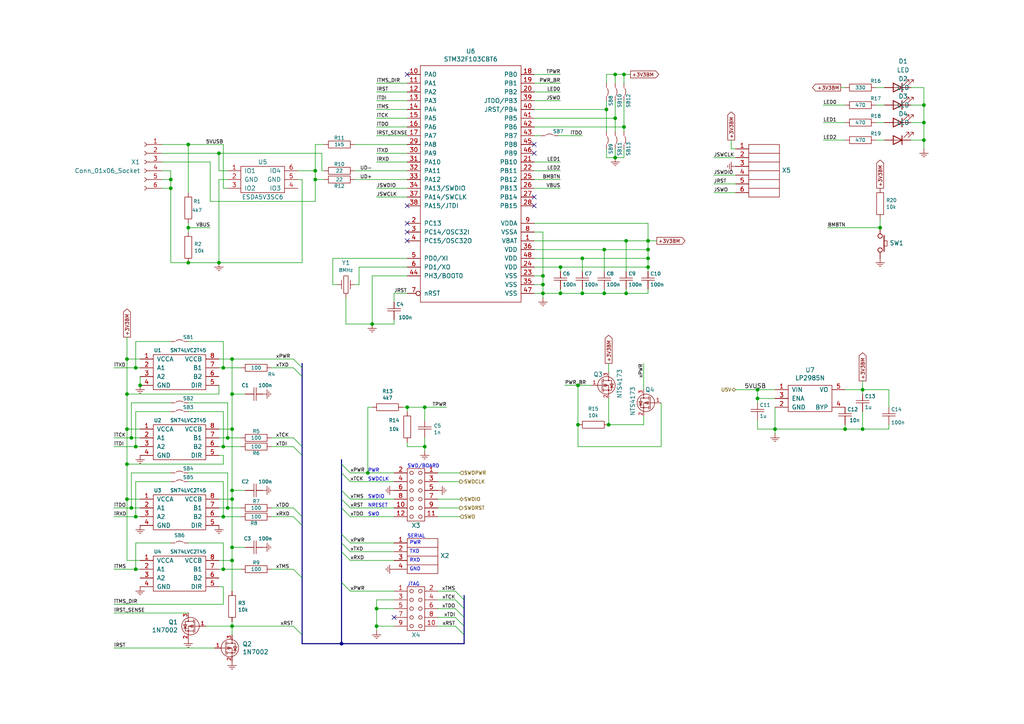
<source format=kicad_sch>
(kicad_sch (version 20231120) (generator "eeschema") (generator_version "8.0")
  (paper "A4")
  (junction (at 178.435 45.72))
  (junction (at 49.53 52.07))
  (junction (at 157.48 85.09))
  (junction (at 187.96 72.39))
  (junction (at 245.11 124.46))
  (junction (at 178.435 21.59))
  (junction (at 66.04 147.32))
  (junction (at 64.77 106.68))
  (junction (at 36.83 134.62))
  (junction (at 106.68 137.16))
  (junction (at 39.37 165.1))
  (junction (at 157.48 82.55))
  (junction (at 267.97 30.48))
  (junction (at 162.56 85.09))
  (junction (at 36.83 114.3))
  (junction (at 36.83 104.14))
  (junction (at 168.91 74.93))
  (junction (at 109.22 181.61))
  (junction (at 36.83 124.46))
  (junction (at 67.31 142.24))
  (junction (at 39.37 149.86))
  (junction (at 36.83 144.78))
  (junction (at 67.31 158.75))
  (junction (at 180.975 21.59))
  (junction (at 64.77 149.86))
  (junction (at 187.96 69.85))
  (junction (at 54.61 41.91))
  (junction (at 250.19 113.03))
  (junction (at 255.27 66.04))
  (junction (at 67.31 181.61))
  (junction (at 66.04 127))
  (junction (at 168.91 85.09))
  (junction (at 180.975 36.83))
  (junction (at 67.31 104.14))
  (junction (at 267.97 40.64))
  (junction (at 63.5 44.45))
  (junction (at 107.95 93.98))
  (junction (at 181.61 85.09))
  (junction (at 219.71 113.03))
  (junction (at 167.64 111.76))
  (junction (at 162.56 77.47))
  (junction (at 167.64 123.19))
  (junction (at 67.31 144.78))
  (junction (at 123.19 118.11))
  (junction (at 99.06 186.69))
  (junction (at 64.77 129.54))
  (junction (at 181.61 69.85))
  (junction (at 67.31 162.56))
  (junction (at 123.19 129.54))
  (junction (at 109.22 176.53))
  (junction (at 67.31 124.46))
  (junction (at 54.61 76.2))
  (junction (at 39.37 106.68))
  (junction (at 91.44 49.53))
  (junction (at 118.11 118.11))
  (junction (at 38.1 127))
  (junction (at 39.37 129.54))
  (junction (at 219.71 115.57))
  (junction (at 157.48 80.01))
  (junction (at 54.61 66.04))
  (junction (at 224.79 124.46))
  (junction (at 267.97 35.56))
  (junction (at 250.19 124.46))
  (junction (at 49.53 54.61))
  (junction (at 64.77 165.1))
  (junction (at 63.5 76.2))
  (junction (at 38.1 147.32))
  (junction (at 178.435 34.29))
  (junction (at 175.26 72.39))
  (junction (at 176.53 123.19))
  (junction (at 40.64 111.76))
  (junction (at 187.96 74.93))
  (junction (at 175.895 31.75))
  (junction (at 67.31 114.3))
  (junction (at 187.96 77.47))
  (junction (at 175.26 85.09))
  (junction (at 91.44 52.07))
  (no_connect (at 114.3 179.07))
  (no_connect (at 154.94 44.45))
  (no_connect (at 154.94 41.91))
  (no_connect (at 118.11 69.85))
  (no_connect (at 118.11 64.77))
  (no_connect (at 154.94 57.15))
  (no_connect (at 118.11 67.31))
  (no_connect (at 118.11 21.59))
  (no_connect (at 118.11 59.69))
  (no_connect (at 154.94 59.69))
  (bus_entry (at 85.09 127) (size 2.54 2.54))
  (bus_entry (at 99.06 168.91) (size 2.54 2.54))
  (bus_entry (at 85.09 129.54) (size 2.54 2.54))
  (bus_entry (at 85.09 147.32) (size 2.54 2.54))
  (bus_entry (at 99.06 157.48) (size 2.54 2.54))
  (bus_entry (at 85.09 106.68) (size 2.54 2.54))
  (bus_entry (at 85.09 104.14) (size 2.54 2.54))
  (bus_entry (at 132.08 179.07) (size 2.54 2.54))
  (bus_entry (at 99.06 147.32) (size 2.54 2.54))
  (bus_entry (at 85.09 181.61) (size 2.54 2.54))
  (bus_entry (at 99.06 154.94) (size 2.54 2.54))
  (bus_entry (at 85.09 165.1) (size 2.54 2.54))
  (bus_entry (at 85.09 149.86) (size 2.54 2.54))
  (bus_entry (at 132.08 171.45) (size 2.54 2.54))
  (bus_entry (at 99.06 144.78) (size 2.54 2.54))
  (bus_entry (at 99.06 160.02) (size 2.54 2.54))
  (bus_entry (at 99.06 142.24) (size 2.54 2.54))
  (bus_entry (at 132.08 181.61) (size 2.54 2.54))
  (bus_entry (at 132.08 176.53) (size 2.54 2.54))
  (bus_entry (at 99.06 134.62) (size 2.54 2.54))
  (bus_entry (at 99.06 137.16) (size 2.54 2.54))
  (bus_entry (at 132.08 173.99) (size 2.54 2.54))
  (wire (pts (xy 213.36 55.88) (xy 207.01 55.88)))
  (wire (pts (xy 87.63 52.07) (xy 87.63 76.2)))
  (wire (pts (xy 38.1 127) (xy 40.64 127)))
  (wire (pts (xy 154.94 21.59) (xy 162.56 21.59)))
  (wire (pts (xy 257.81 113.03) (xy 257.81 118.11)))
  (wire (pts (xy 78.74 127) (xy 85.09 127)))
  (wire (pts (xy 175.895 43.18) (xy 175.895 45.72)))
  (wire (pts (xy 154.94 69.85) (xy 181.61 69.85)))
  (wire (pts (xy 64.77 54.61) (xy 64.77 41.91)))
  (bus (pts (xy 87.63 109.22) (xy 87.63 129.54)))
  (wire (pts (xy 109.22 29.21) (xy 118.11 29.21)))
  (wire (pts (xy 40.64 147.32) (xy 38.1 147.32)))
  (wire (pts (xy 64.77 106.68) (xy 69.85 106.68)))
  (wire (pts (xy 180.975 36.83) (xy 180.975 38.1)))
  (wire (pts (xy 36.83 114.3) (xy 36.83 124.46)))
  (wire (pts (xy 187.96 74.93) (xy 187.96 77.47)))
  (wire (pts (xy 49.53 157.48) (xy 39.37 157.48)))
  (bus (pts (xy 87.63 129.54) (xy 87.63 132.08)))
  (wire (pts (xy 107.95 93.98) (xy 100.33 93.98)))
  (wire (pts (xy 118.11 128.27) (xy 118.11 129.54)))
  (wire (pts (xy 267.97 30.48) (xy 267.97 35.56)))
  (bus (pts (xy 87.63 167.64) (xy 87.63 184.15)))
  (wire (pts (xy 93.98 41.91) (xy 91.44 41.91)))
  (wire (pts (xy 63.5 170.18) (xy 64.77 170.18)))
  (wire (pts (xy 133.35 139.7) (xy 127 139.7)))
  (wire (pts (xy 132.08 176.53) (xy 127 176.53)))
  (wire (pts (xy 101.6 137.16) (xy 106.68 137.16)))
  (wire (pts (xy 167.64 123.19) (xy 167.64 111.76)))
  (wire (pts (xy 154.94 77.47) (xy 162.56 77.47)))
  (wire (pts (xy 66.04 147.32) (xy 69.85 147.32)))
  (wire (pts (xy 64.77 170.18) (xy 64.77 175.26)))
  (wire (pts (xy 39.37 99.06) (xy 39.37 106.68)))
  (wire (pts (xy 109.22 173.99) (xy 109.22 176.53)))
  (wire (pts (xy 212.09 43.18) (xy 212.09 40.64)))
  (wire (pts (xy 157.48 67.31) (xy 154.94 67.31)))
  (wire (pts (xy 250.19 113.03) (xy 257.81 113.03)))
  (wire (pts (xy 40.64 144.78) (xy 36.83 144.78)))
  (bus (pts (xy 99.06 147.32) (xy 99.06 154.94)))
  (bus (pts (xy 87.63 105.41) (xy 87.63 106.68)))
  (wire (pts (xy 40.64 165.1) (xy 39.37 165.1)))
  (wire (pts (xy 114.3 160.02) (xy 101.6 160.02)))
  (wire (pts (xy 176.53 123.19) (xy 176.53 115.57)))
  (wire (pts (xy 64.77 139.7) (xy 64.77 149.86)))
  (bus (pts (xy 99.06 154.94) (xy 99.06 157.48)))
  (wire (pts (xy 78.74 165.1) (xy 85.09 165.1)))
  (wire (pts (xy 101.6 157.48) (xy 114.3 157.48)))
  (bus (pts (xy 99.06 168.91) (xy 99.06 186.69)))
  (wire (pts (xy 267.97 35.56) (xy 267.97 40.64)))
  (wire (pts (xy 64.77 129.54) (xy 69.85 129.54)))
  (wire (pts (xy 250.19 113.03) (xy 250.19 114.3)))
  (wire (pts (xy 154.94 24.13) (xy 162.56 24.13)))
  (wire (pts (xy 162.56 83.82) (xy 162.56 85.09)))
  (bus (pts (xy 87.63 152.4) (xy 87.63 167.64)))
  (wire (pts (xy 168.91 83.82) (xy 168.91 85.09)))
  (wire (pts (xy 49.53 76.2) (xy 54.61 76.2)))
  (wire (pts (xy 162.56 77.47) (xy 187.96 77.47)))
  (wire (pts (xy 157.48 67.31) (xy 157.48 80.01)))
  (wire (pts (xy 264.16 35.56) (xy 267.97 35.56)))
  (wire (pts (xy 219.71 115.57) (xy 219.71 113.03)))
  (wire (pts (xy 39.37 157.48) (xy 39.37 165.1)))
  (wire (pts (xy 114.3 92.71) (xy 114.3 93.98)))
  (wire (pts (xy 36.83 104.14) (xy 36.83 97.79)))
  (wire (pts (xy 49.53 99.06) (xy 39.37 99.06)))
  (wire (pts (xy 106.68 137.16) (xy 114.3 137.16)))
  (wire (pts (xy 49.53 54.61) (xy 49.53 76.2)))
  (wire (pts (xy 67.31 114.3) (xy 67.31 124.46)))
  (wire (pts (xy 178.435 43.18) (xy 178.435 45.72)))
  (wire (pts (xy 78.74 129.54) (xy 85.09 129.54)))
  (wire (pts (xy 67.31 124.46) (xy 67.31 142.24)))
  (wire (pts (xy 64.77 165.1) (xy 69.85 165.1)))
  (wire (pts (xy 78.74 147.32) (xy 85.09 147.32)))
  (wire (pts (xy 181.61 83.82) (xy 181.61 85.09)))
  (wire (pts (xy 104.14 82.55) (xy 102.87 82.55)))
  (wire (pts (xy 157.48 85.09) (xy 154.94 85.09)))
  (wire (pts (xy 46.99 49.53) (xy 49.53 49.53)))
  (wire (pts (xy 114.3 176.53) (xy 109.22 176.53)))
  (wire (pts (xy 190.5 69.85) (xy 187.96 69.85)))
  (wire (pts (xy 167.64 111.76) (xy 163.83 111.76)))
  (wire (pts (xy 123.19 118.11) (xy 129.54 118.11)))
  (wire (pts (xy 39.37 129.54) (xy 33.02 129.54)))
  (wire (pts (xy 175.895 31.75) (xy 175.895 29.21)))
  (wire (pts (xy 60.96 46.99) (xy 60.96 58.42)))
  (wire (pts (xy 178.435 29.21) (xy 178.435 34.29)))
  (wire (pts (xy 62.23 187.96) (xy 33.02 187.96)))
  (bus (pts (xy 99.06 142.24) (xy 99.06 144.78)))
  (wire (pts (xy 213.36 45.72) (xy 207.01 45.72)))
  (bus (pts (xy 99.06 144.78) (xy 99.06 147.32)))
  (wire (pts (xy 257.81 123.19) (xy 257.81 124.46)))
  (wire (pts (xy 54.61 139.7) (xy 64.77 139.7)))
  (wire (pts (xy 123.19 129.54) (xy 123.19 127)))
  (wire (pts (xy 186.69 123.19) (xy 176.53 123.19)))
  (wire (pts (xy 67.31 144.78) (xy 67.31 142.24)))
  (wire (pts (xy 187.96 77.47) (xy 187.96 78.74)))
  (wire (pts (xy 63.5 149.86) (xy 64.77 149.86)))
  (wire (pts (xy 180.975 21.59) (xy 182.88 21.59)))
  (wire (pts (xy 118.11 41.91) (xy 102.87 41.91)))
  (bus (pts (xy 87.63 149.86) (xy 87.63 152.4)))
  (wire (pts (xy 132.08 181.61) (xy 127 181.61)))
  (wire (pts (xy 114.3 93.98) (xy 107.95 93.98)))
  (wire (pts (xy 178.435 34.29) (xy 178.435 38.1)))
  (wire (pts (xy 66.04 116.84) (xy 66.04 127)))
  (wire (pts (xy 154.94 82.55) (xy 157.48 82.55)))
  (wire (pts (xy 219.71 124.46) (xy 219.71 121.92)))
  (wire (pts (xy 66.04 52.07) (xy 63.5 52.07)))
  (wire (pts (xy 86.36 49.53) (xy 91.44 49.53)))
  (wire (pts (xy 118.11 129.54) (xy 123.19 129.54)))
  (wire (pts (xy 63.5 106.68) (xy 64.77 106.68)))
  (wire (pts (xy 219.71 116.84) (xy 219.71 115.57)))
  (wire (pts (xy 40.64 109.22) (xy 40.64 111.76)))
  (wire (pts (xy 175.26 85.09) (xy 181.61 85.09)))
  (wire (pts (xy 250.19 124.46) (xy 245.11 124.46)))
  (wire (pts (xy 224.79 124.46) (xy 224.79 125.73)))
  (wire (pts (xy 54.61 119.38) (xy 64.77 119.38)))
  (wire (pts (xy 107.95 80.01) (xy 107.95 93.98)))
  (wire (pts (xy 175.895 31.75) (xy 175.895 38.1)))
  (wire (pts (xy 245.11 113.03) (xy 250.19 113.03)))
  (wire (pts (xy 67.31 104.14) (xy 85.09 104.14)))
  (wire (pts (xy 109.22 176.53) (xy 109.22 181.61)))
  (wire (pts (xy 187.96 64.77) (xy 187.96 69.85)))
  (wire (pts (xy 33.02 127) (xy 38.1 127)))
  (wire (pts (xy 78.74 106.68) (xy 85.09 106.68)))
  (wire (pts (xy 213.36 50.8) (xy 207.01 50.8)))
  (wire (pts (xy 114.3 85.09) (xy 114.3 87.63)))
  (wire (pts (xy 63.5 132.08) (xy 64.77 132.08)))
  (wire (pts (xy 39.37 106.68) (xy 40.64 106.68)))
  (wire (pts (xy 33.02 177.8) (xy 54.61 177.8)))
  (bus (pts (xy 87.63 106.68) (xy 87.63 109.22)))
  (wire (pts (xy 168.91 74.93) (xy 187.96 74.93)))
  (wire (pts (xy 67.31 144.78) (xy 67.31 158.75)))
  (wire (pts (xy 86.36 52.07) (xy 87.63 52.07)))
  (bus (pts (xy 134.62 176.53) (xy 134.62 179.07)))
  (wire (pts (xy 66.04 49.53) (xy 63.5 49.53)))
  (wire (pts (xy 224.79 118.11) (xy 224.79 124.46)))
  (wire (pts (xy 224.79 124.46) (xy 219.71 124.46)))
  (wire (pts (xy 40.64 129.54) (xy 39.37 129.54)))
  (wire (pts (xy 46.99 52.07) (xy 49.53 52.07)))
  (wire (pts (xy 180.975 45.72) (xy 180.975 43.18)))
  (wire (pts (xy 46.99 46.99) (xy 60.96 46.99)))
  (wire (pts (xy 64.77 149.86) (xy 69.85 149.86)))
  (wire (pts (xy 154.94 29.21) (xy 162.56 29.21)))
  (wire (pts (xy 191.77 116.84) (xy 191.77 129.54)))
  (wire (pts (xy 106.68 118.11) (xy 106.68 137.16)))
  (wire (pts (xy 63.5 127) (xy 66.04 127)))
  (wire (pts (xy 168.91 85.09) (xy 175.26 85.09)))
  (wire (pts (xy 91.44 58.42) (xy 60.96 58.42)))
  (wire (pts (xy 186.69 113.03) (xy 186.69 105.41)))
  (wire (pts (xy 63.5 114.3) (xy 36.83 114.3)))
  (wire (pts (xy 100.33 93.98) (xy 100.33 86.36)))
  (wire (pts (xy 256.54 40.64) (xy 254 40.64)))
  (wire (pts (xy 175.895 24.13) (xy 175.895 21.59)))
  (wire (pts (xy 63.5 124.46) (xy 67.31 124.46)))
  (wire (pts (xy 109.22 39.37) (xy 118.11 39.37)))
  (wire (pts (xy 109.22 181.61) (xy 109.22 182.88)))
  (wire (pts (xy 187.96 72.39) (xy 187.96 74.93)))
  (wire (pts (xy 157.48 80.01) (xy 157.48 82.55)))
  (wire (pts (xy 36.83 104.14) (xy 40.64 104.14)))
  (wire (pts (xy 49.53 137.16) (xy 38.1 137.16)))
  (bus (pts (xy 134.62 186.69) (xy 99.06 186.69)))
  (wire (pts (xy 78.74 149.86) (xy 85.09 149.86)))
  (wire (pts (xy 256.54 35.56) (xy 254 35.56)))
  (wire (pts (xy 102.87 52.07) (xy 118.11 52.07)))
  (wire (pts (xy 123.19 129.54) (xy 123.19 130.81)))
  (wire (pts (xy 264.16 30.48) (xy 267.97 30.48)))
  (wire (pts (xy 59.69 181.61) (xy 67.31 181.61)))
  (bus (pts (xy 87.63 186.69) (xy 99.06 186.69)))
  (wire (pts (xy 67.31 158.75) (xy 67.31 162.56)))
  (wire (pts (xy 109.22 24.13) (xy 118.11 24.13)))
  (wire (pts (xy 175.895 21.59) (xy 178.435 21.59)))
  (wire (pts (xy 67.31 181.61) (xy 67.31 184.15)))
  (wire (pts (xy 36.83 104.14) (xy 36.83 114.3)))
  (wire (pts (xy 49.53 116.84) (xy 38.1 116.84)))
  (wire (pts (xy 167.64 111.76) (xy 171.45 111.76)))
  (wire (pts (xy 118.11 80.01) (xy 107.95 80.01)))
  (wire (pts (xy 118.11 49.53) (xy 102.87 49.53)))
  (wire (pts (xy 49.53 52.07) (xy 49.53 54.61)))
  (wire (pts (xy 178.435 24.13) (xy 178.435 21.59)))
  (wire (pts (xy 154.94 72.39) (xy 175.26 72.39)))
  (wire (pts (xy 245.11 40.64) (xy 238.76 40.64)))
  (wire (pts (xy 157.48 85.09) (xy 162.56 85.09)))
  (wire (pts (xy 255.27 63.5) (xy 255.27 66.04)))
  (wire (pts (xy 36.83 144.78) (xy 36.83 162.56)))
  (wire (pts (xy 161.925 39.37) (xy 168.91 39.37)))
  (wire (pts (xy 187.96 69.85) (xy 187.96 72.39)))
  (wire (pts (xy 101.6 144.78) (xy 114.3 144.78)))
  (wire (pts (xy 91.44 49.53) (xy 91.44 52.07)))
  (wire (pts (xy 162.56 26.67) (xy 154.94 26.67)))
  (wire (pts (xy 245.11 123.19) (xy 245.11 124.46)))
  (wire (pts (xy 33.02 106.68) (xy 39.37 106.68)))
  (wire (pts (xy 175.895 45.72) (xy 178.435 45.72)))
  (wire (pts (xy 181.61 85.09) (xy 187.96 85.09)))
  (wire (pts (xy 167.64 129.54) (xy 167.64 123.19)))
  (wire (pts (xy 156.845 39.37) (xy 154.94 39.37)))
  (wire (pts (xy 67.31 181.61) (xy 85.09 181.61)))
  (wire (pts (xy 71.12 114.3) (xy 67.31 114.3)))
  (wire (pts (xy 109.22 26.67) (xy 118.11 26.67)))
  (wire (pts (xy 91.44 52.07) (xy 91.44 58.42)))
  (wire (pts (xy 255.27 66.04) (xy 240.03 66.04)))
  (wire (pts (xy 123.19 118.11) (xy 118.11 118.11)))
  (wire (pts (xy 133.35 149.86) (xy 127 149.86)))
  (wire (pts (xy 176.53 107.95) (xy 176.53 105.41)))
  (wire (pts (xy 71.12 142.24) (xy 67.31 142.24)))
  (wire (pts (xy 96.52 74.93) (xy 96.52 82.55)))
  (wire (pts (xy 40.64 149.86) (xy 39.37 149.86)))
  (wire (pts (xy 224.79 113.03) (xy 219.71 113.03)))
  (wire (pts (xy 38.1 137.16) (xy 38.1 147.32)))
  (wire (pts (xy 39.37 139.7) (xy 39.37 149.86)))
  (wire (pts (xy 127 137.16) (xy 133.35 137.16)))
  (bus (pts (xy 134.62 184.15) (xy 134.62 186.69)))
  (wire (pts (xy 175.26 83.82) (xy 175.26 85.09)))
  (bus (pts (xy 99.06 157.48) (xy 99.06 160.02)))
  (wire (pts (xy 63.5 44.45) (xy 93.345 44.45)))
  (wire (pts (xy 101.6 149.86) (xy 114.3 149.86)))
  (wire (pts (xy 264.16 25.4) (xy 267.97 25.4)))
  (wire (pts (xy 154.94 31.75) (xy 175.895 31.75)))
  (wire (pts (xy 36.83 124.46) (xy 36.83 134.62)))
  (wire (pts (xy 64.77 132.08) (xy 64.77 134.62)))
  (wire (pts (xy 178.435 45.72) (xy 180.975 45.72)))
  (wire (pts (xy 154.94 64.77) (xy 187.96 64.77)))
  (wire (pts (xy 63.5 147.32) (xy 66.04 147.32)))
  (wire (pts (xy 46.99 44.45) (xy 63.5 44.45)))
  (wire (pts (xy 250.19 110.49) (xy 250.19 113.03)))
  (wire (pts (xy 157.48 82.55) (xy 157.48 85.09)))
  (wire (pts (xy 107.95 118.11) (xy 106.68 118.11)))
  (wire (pts (xy 154.94 34.29) (xy 178.435 34.29)))
  (wire (pts (xy 127 171.45) (xy 132.08 171.45)))
  (wire (pts (xy 154.94 54.61) (xy 162.56 54.61)))
  (wire (pts (xy 101.6 139.7) (xy 114.3 139.7)))
  (wire (pts (xy 63.5 129.54) (xy 64.77 129.54)))
  (wire (pts (xy 54.61 41.91) (xy 46.99 41.91)))
  (wire (pts (xy 67.31 114.3) (xy 67.31 104.14)))
  (wire (pts (xy 54.61 137.16) (xy 66.04 137.16)))
  (wire (pts (xy 39.37 165.1) (xy 33.02 165.1)))
  (wire (pts (xy 109.22 34.29) (xy 118.11 34.29)))
  (wire (pts (xy 162.56 77.47) (xy 162.56 78.74)))
  (wire (pts (xy 118.11 54.61) (xy 109.22 54.61)))
  (wire (pts (xy 93.98 49.53) (xy 93.345 49.53)))
  (wire (pts (xy 38.1 147.32) (xy 33.02 147.32)))
  (wire (pts (xy 64.77 106.68) (xy 64.77 99.06)))
  (wire (pts (xy 96.52 82.55) (xy 97.79 82.55)))
  (wire (pts (xy 36.83 162.56) (xy 40.64 162.56)))
  (wire (pts (xy 54.61 116.84) (xy 66.04 116.84)))
  (wire (pts (xy 127 144.78) (xy 133.35 144.78)))
  (bus (pts (xy 99.06 137.16) (xy 99.06 142.24)))
  (bus (pts (xy 134.62 181.61) (xy 134.62 184.15)))
  (wire (pts (xy 93.98 52.07) (xy 91.44 52.07)))
  (wire (pts (xy 175.26 72.39) (xy 175.26 78.74)))
  (wire (pts (xy 63.5 162.56) (xy 67.31 162.56)))
  (wire (pts (xy 154.94 74.93) (xy 168.91 74.93)))
  (wire (pts (xy 175.26 72.39) (xy 187.96 72.39)))
  (wire (pts (xy 71.12 158.75) (xy 67.31 158.75)))
  (wire (pts (xy 180.975 21.59) (xy 180.975 24.13)))
  (wire (pts (xy 114.3 173.99) (xy 109.22 173.99)))
  (wire (pts (xy 63.5 165.1) (xy 64.77 165.1)))
  (bus (pts (xy 134.62 179.07) (xy 134.62 181.61)))
  (wire (pts (xy 245.11 25.4) (xy 243.84 25.4)))
  (bus (pts (xy 87.63 132.08) (xy 87.63 149.86)))
  (wire (pts (xy 66.04 127) (xy 69.85 127)))
  (wire (pts (xy 127 173.99) (xy 132.08 173.99)))
  (wire (pts (xy 118.11 119.38) (xy 118.11 118.11)))
  (wire (pts (xy 39.37 119.38) (xy 39.37 129.54)))
  (wire (pts (xy 118.11 85.09) (xy 114.3 85.09)))
  (wire (pts (xy 267.97 25.4) (xy 267.97 30.48)))
  (wire (pts (xy 250.19 124.46) (xy 257.81 124.46)))
  (wire (pts (xy 49.53 139.7) (xy 39.37 139.7)))
  (wire (pts (xy 54.61 66.04) (xy 60.96 66.04)))
  (wire (pts (xy 118.11 57.15) (xy 109.22 57.15)))
  (wire (pts (xy 154.94 80.01) (xy 157.48 80.01)))
  (wire (pts (xy 213.36 43.18) (xy 212.09 43.18)))
  (wire (pts (xy 54.61 64.77) (xy 54.61 66.04)))
  (bus (pts (xy 134.62 172.72) (xy 134.62 173.99)))
  (wire (pts (xy 104.14 77.47) (xy 104.14 82.55)))
  (wire (pts (xy 132.08 179.07) (xy 127 179.07)))
  (wire (pts (xy 54.61 41.91) (xy 64.77 41.91)))
  (wire (pts (xy 39.37 149.86) (xy 33.02 149.86)))
  (wire (pts (xy 187.96 85.09) (xy 187.96 83.82)))
  (wire (pts (xy 109.22 31.75) (xy 118.11 31.75)))
  (wire (pts (xy 63.5 144.78) (xy 67.31 144.78)))
  (wire (pts (xy 162.56 46.99) (xy 154.94 46.99)))
  (wire (pts (xy 114.3 171.45) (xy 101.6 171.45)))
  (wire (pts (xy 256.54 30.48) (xy 254 30.48)))
  (wire (pts (xy 91.44 41.91) (xy 91.44 49.53)))
  (wire (pts (xy 36.83 134.62) (xy 36.83 144.78)))
  (wire (pts (xy 180.975 36.83) (xy 180.975 29.21)))
  (wire (pts (xy 114.3 162.56) (xy 101.6 162.56)))
  (wire (pts (xy 49.53 119.38) (xy 39.37 119.38)))
  (wire (pts (xy 63.5 76.2) (xy 54.61 76.2)))
  (wire (pts (xy 123.19 121.92) (xy 123.19 118.11)))
  (wire (pts (xy 40.64 124.46) (xy 36.83 124.46)))
  (wire (pts (xy 250.19 119.38) (xy 250.19 124.46)))
  (wire (pts (xy 213.36 53.34) (xy 207.01 53.34)))
  (wire (pts (xy 154.94 52.07) (xy 162.56 52.07)))
  (wire (pts (xy 64.77 119.38) (xy 64.77 129.54)))
  (wire (pts (xy 67.31 104.14) (xy 63.5 104.14)))
  (wire (pts (xy 224.79 115.57) (xy 219.71 115.57)))
  (bus (pts (xy 99.06 134.62) (xy 99.06 137.16)))
  (wire (pts (xy 133.35 147.32) (xy 127 147.32)))
  (wire (pts (xy 64.77 175.26) (xy 33.02 175.26)))
  (wire (pts (xy 66.04 137.16) (xy 66.04 147.32)))
  (wire (pts (xy 63.5 49.53) (xy 63.5 44.45)))
  (wire (pts (xy 118.11 44.45) (xy 109.22 44.45)))
  (wire (pts (xy 114.3 181.61) (xy 109.22 181.61)))
  (wire (pts (xy 54.61 157.48) (xy 64.77 157.48)))
  (wire (pts (xy 162.56 49.53) (xy 154.94 49.53)))
  (wire (pts (xy 87.63 76.2) (xy 63.5 76.2)))
  (wire (pts (xy 162.56 85.09) (xy 168.91 85.09)))
  (wire (pts (xy 118.11 46.99) (xy 109.22 46.99)))
  (wire (pts (xy 245.11 35.56) (xy 238.76 35.56)))
  (wire (pts (xy 245.11 30.48) (xy 238.76 30.48)))
  (wire (pts (xy 114.3 147.32) (xy 101.6 147.32)))
  (wire (pts (xy 181.61 69.85) (xy 181.61 78.74)))
  (wire (pts (xy 116.84 118.11) (xy 118.11 118.11)))
  (wire (pts (xy 264.16 40.64) (xy 267.97 40.64)))
  (wire (pts (xy 157.48 85.09) (xy 157.48 86.36)))
  (wire (pts (xy 168.91 74.93) (xy 168.91 78.74)))
  (wire (pts (xy 245.11 124.46) (xy 224.79 124.46)))
  (wire (pts (xy 118.11 77.47) (xy 104.14 77.47)))
  (wire (pts (xy 267.97 40.64) (xy 267.97 43.18)))
  (wire (pts (xy 54.61 66.04) (xy 54.61 67.31)))
  (wire (pts (xy 54.61 55.88) (xy 54.61 41.91)))
  (wire (pts (xy 38.1 116.84) (xy 38.1 127)))
  (wire (pts (xy 256.54 25.4) (xy 254 25.4)))
  (wire (pts (xy 96.52 74.93) (xy 118.11 74.93)))
  (wire (pts (xy 186.69 120.65) (xy 186.69 123.19)))
  (bus (pts (xy 87.63 184.15) (xy 87.63 186.69)))
  (wire (pts (xy 64.77 99.06) (xy 54.61 99.06)))
  (wire (pts (xy 49.53 49.53) (xy 49.53 52.07)))
  (wire (pts (xy 213.36 113.03) (xy 219.71 113.03)))
  (bus (pts (xy 99.06 160.02) (xy 99.06 168.91)))
  (wire (pts (xy 64.77 157.48) (xy 64.77 165.1)))
  (wire (pts (xy 178.435 21.59) (xy 180.975 21.59)))
  (wire (pts (xy 66.04 54.61) (xy 64.77 54.61)))
  (wire (pts (xy 64.77 134.62) (xy 36.83 134.62)))
  (wire (pts (xy 67.31 180.34) (xy 67.31 181.61)))
  (wire (pts (xy 154.94 36.83) (xy 180.975 36.83)))
  (wire (pts (xy 63.5 52.07) (xy 63.5 76.2)))
  (bus (pts (xy 134.62 173.99) (xy 134.62 176.53)))
  (wire (pts (xy 181.61 69.85) (xy 187.96 69.85)))
  (wire (pts (xy 109.22 36.83) (xy 118.11 36.83)))
  (bus (pts (xy 99.06 133.35) (xy 99.06 134.62)))
  (wire (pts (xy 93.345 44.45) (xy 93.345 49.53)))
  (wire (pts (xy 191.77 129.54) (xy 167.64 129.54)))
  (wire (pts (xy 46.99 54.61) (xy 49.53 54.61)))
  (wire (pts (xy 63.5 111.76) (xy 63.5 114.3)))
  (wire (pts (xy 67.31 171.45) (xy 67.31 162.56)))
  (text "SWO" (at 106.68 149.86 0) (effects (font (size 1.016 1.016)) (justify left bottom)))
  (text "JTAG" (at 118.11 170.18 0) (effects (font (size 1.016 1.016)) (justify left bottom)))
  (text "GND" (at 118.745 165.735 0) (effects (font (size 1.016 1.016)) (justify left bottom)))
  (text "TXD" (at 118.745 160.655 0) (effects (font (size 1.016 1.016)) (justify left bottom)))
  (text "PWR" (at 118.745 158.115 0) (effects (font (size 1.016 1.016)) (justify left bottom)))
  (text "NRESET" (at 106.68 147.32 0) (effects (font (size 1.016 1.016)) (justify left bottom)))
  (text "SWDCLK" (at 106.68 139.7 0) (effects (font (size 1.016 1.016)) (justify left bottom)))
  (text "SWDIO" (at 106.68 144.78 0) (effects (font (size 1.016 1.016)) (justify left bottom)))
  (text "SWD/BOARD" (at 118.11 135.89 0) (effects (font (size 1.016 1.016)) (justify left bottom)))
  (text "PWR" (at 106.68 137.16 0) (effects (font (size 1.016 1.016)) (justify left bottom)))
  (text "RXD" (at 118.745 163.195 0) (effects (font (size 1.016 1.016)) (justify left bottom)))
  (text "SERIAL" (at 118.11 156.21 0) (effects (font (size 1.016 1.016)) (justify left bottom)))
  (label "iTXD" (at 109.22 44.45 0) (effects (font (size 1.016 1.016))))
  (label "JSWDIO" (at 207.01 50.8 0) (effects (font (size 1.016 1.016))))
  (label "iTCK" (at 33.02 127 0) (effects (font (size 1.016 1.016))))
  (label "LED1" (at 238.76 35.56 0) (effects (font (size 1.016 1.016))))
  (label "xRST" (at 85.09 181.61 180) (effects (font (size 1.016 1.016))))
  (label "JSWO" (at 207.01 55.88 0) (effects (font (size 1.016 1.016))))
  (label "xRST" (at 132.08 181.61 180) (effects (font (size 1.016 1.016))))
  (label "xTDO" (at 80.01 147.32 0) (effects (font (size 1.016 1.016))))
  (label "xTCK" (at 101.6 139.7 0) (effects (font (size 1.016 1.016))))
  (label "JSWO" (at 162.56 29.21 180) (effects (font (size 1.016 1.016))))
  (label "TPWR" (at 162.56 21.59 180) (effects (font (size 1.016 1.016))))
  (label "xTMS" (at 101.6 144.78 0) (effects (font (size 1.016 1.016))))
  (label "iRXD" (at 33.02 149.86 0) (effects (font (size 1.016 1.016))))
  (label "iTMS" (at 33.02 165.1 0) (effects (font (size 1.016 1.016))))
  (label "iRST" (at 109.22 26.67 0) (effects (font (size 1.016 1.016))))
  (label "xPWR" (at 101.6 171.45 0) (effects (font (size 1.016 1.016))))
  (label "xRST" (at 101.6 147.32 0) (effects (font (size 1.016 1.016))))
  (label "JRST" (at 114.3 85.09 0) (effects (font (size 1.016 1.016))))
  (label "xTMS" (at 132.08 171.45 180) (effects (font (size 1.016 1.016))))
  (label "iRST_SENSE" (at 109.22 39.37 0) (effects (font (size 1.016 1.016))))
  (label "JSWCLK" (at 109.22 57.15 0) (effects (font (size 1.016 1.016))))
  (label "iTCK" (at 109.22 34.29 0) (effects (font (size 1.016 1.016))))
  (label "JSWCLK" (at 207.01 45.72 0) (effects (font (size 1.016 1.016))))
  (label "xTDI" (at 80.01 129.54 0) (effects (font (size 1.016 1.016))))
  (label "UD+" (at 107.95 52.07 180) (effects (font (size 1.016 1.016))))
  (label "5VUSB" (at 59.69 41.91 0) (effects (font (size 1.016 1.016))))
  (label "TPWR" (at 129.54 118.11 180) (effects (font (size 1.016 1.016))))
  (label "xPWR" (at 101.6 137.16 0) (effects (font (size 1.016 1.016))))
  (label "BMBTN" (at 162.56 52.07 180) (effects (font (size 1.016 1.016))))
  (label "UD-" (at 107.95 49.53 180) (effects (font (size 1.016 1.016))))
  (label "iTDO" (at 109.22 36.83 0) (effects (font (size 1.016 1.016))))
  (label "VBUS" (at 162.56 54.61 180) (effects (font (size 1.016 1.016))))
  (label "xPWR" (at 186.69 105.41 270) (effects (font (size 1.016 1.016))))
  (label "JSWDIO" (at 109.22 54.61 0) (effects (font (size 1.016 1.016))))
  (label "iTXD" (at 33.02 106.68 0) (effects (font (size 1.016 1.016))))
  (label "xRXD" (at 101.6 162.56 0) (effects (font (size 1.016 1.016))))
  (label "LED0" (at 162.56 26.67 180) (effects (font (size 1.016 1.016))))
  (label "VBUS" (at 60.96 66.04 180) (effects (font (size 1.016 1.016))))
  (label "xPWR" (at 80.01 104.14 0) (effects (font (size 1.016 1.016))))
  (label "xTCK" (at 132.08 173.99 180) (effects (font (size 1.016 1.016))))
  (label "iTDO" (at 33.02 147.32 0) (effects (font (size 1.016 1.016))))
  (label "iRXD" (at 109.22 46.99 0) (effects (font (size 1.016 1.016))))
  (label "BMBTN" (at 240.03 66.04 0) (effects (font (size 1.016 1.016))))
  (label "iTDI" (at 33.02 129.54 0) (effects (font (size 1.016 1.016))))
  (label "xTDO" (at 101.6 149.86 0) (effects (font (size 1.016 1.016))))
  (label "iTMS_DIR" (at 33.02 175.26 0) (effects (font (size 1.016 1.016))))
  (label "PWR_BR" (at 163.83 111.76 0) (effects (font (size 1.016 1.016))))
  (label "iTMS_DIR" (at 109.22 24.13 0) (effects (font (size 1.016 1.016))))
  (label "iTDO" (at 168.91 39.37 180) (effects (font (size 1.016 1.016))))
  (label "xTMS" (at 80.01 165.1 0) (effects (font (size 1.016 1.016))))
  (label "xTDO" (at 132.08 176.53 180) (effects (font (size 1.016 1.016))))
  (label "xTXD" (at 101.6 160.02 0) (effects (font (size 1.016 1.016))))
  (label "LED1" (at 162.56 46.99 180) (effects (font (size 1.016 1.016))))
  (label "PWR_BR" (at 162.56 24.13 180) (effects (font (size 1.016 1.016))))
  (label "xTDI" (at 132.08 179.07 180) (effects (font (size 1.016 1.016))))
  (label "iTMS" (at 109.22 31.75 0) (effects (font (size 1.016 1.016))))
  (label "LED2" (at 162.56 49.53 180) (effects (font (size 1.016 1.016))))
  (label "iTDI" (at 109.22 29.21 0) (effects (font (size 1.016 1.016))))
  (label "LED2" (at 238.76 40.64 0) (effects (font (size 1.016 1.016))))
  (label "LED0" (at 238.76 30.48 0) (effects (font (size 1.016 1.016))))
  (label "xPWR" (at 101.6 157.48 0) (effects (font (size 1.016 1.016))))
  (label "iRST_SENSE" (at 33.02 177.8 0) (effects (font (size 1.016 1.016))))
  (label "5VUSB" (at 215.9 113.03 0))
  (label "xTXD" (at 80.01 106.68 0) (effects (font (size 1.016 1.016))))
  (label "xRXD" (at 80.01 149.86 0) (effects (font (size 1.016 1.016))))
  (label "xTCK" (at 80.01 127 0) (effects (font (size 1.016 1.016))))
  (label "JRST" (at 207.01 53.34 0) (effects (font (size 1.016 1.016))))
  (label "iRST" (at 33.02 187.96 0) (effects (font (size 1.016 1.016))))
  (global_label "+3V3BM" (shape output) (at 190.5 69.85 0) (effects (font (size 1.016 1.016))) (property "Intersheetrefs" "${INTERSHEET_REFS}" (effects (hide yes))))
  (global_label "+3V3BM" (shape output) (at 255.27 54.61 90) (effects (font (size 1.016 1.016))) (property "Intersheetrefs" "${INTERSHEET_REFS}" (effects (hide yes))))
  (global_label "+3V3BM" (shape output) (at 212.09 40.64 90) (effects (font (size 1.016 1.016))) (property "Intersheetrefs" "${INTERSHEET_REFS}" (effects (hide yes))))
  (global_label "+3V3BM" (shape output) (at 176.53 105.41 90) (effects (font (size 1.016 1.016))) (property "Intersheetrefs" "${INTERSHEET_REFS}" (effects (hide yes))))
  (global_label "+3V3BM" (shape output) (at 243.84 25.4 180) (effects (font (size 1.016 1.016))) (property "Intersheetrefs" "${INTERSHEET_REFS}" (effects (hide yes))))
  (global_label "+3V3BM" (shape output) (at 182.88 21.59 0) (effects (font (size 1.016 1.016))) (property "Intersheetrefs" "${INTERSHEET_REFS}" (effects (hide yes))))
  (global_label "+3V3BM" (shape output) (at 250.19 110.49 90) (effects (font (size 1.016 1.016))) (property "Intersheetrefs" "${INTERSHEET_REFS}" (effects (hide yes))))
  (global_label "+3V3BM" (shape output) (at 36.83 97.79 90) (effects (font (size 1.016 1.016))) (property "Intersheetrefs" "${INTERSHEET_REFS}" (effects (hide yes))))
  (hierarchical_label "SWDIO" (shape bidirectional) (at 133.35 144.78 0) (effects (font (size 1.016 1.016))))
  (hierarchical_label "SWDRST" (shape output) (at 133.35 147.32 0) (effects (font (size 1.016 1.016))))
  (hierarchical_label "SWDPWR" (shape input) (at 133.35 137.16 0) (effects (font (size 1.016 1.016))))
  (hierarchical_label "SWO" (shape input) (at 133.35 149.86 0) (effects (font (size 1.016 1.016))))
  (hierarchical_label "U5V" (shape bidirectional) (at 213.36 113.03 180) (effects (font (size 1.016 1.016))))
  (hierarchical_label "SWDCLK" (shape output) (at 133.35 139.7 0) (effects (font (size 1.016 1.016))))
  (symbol (lib_id "nuco-v-rescue:SN74LVC2T45-TI") (at 40.64 162.56 0) (unit 1)
    (property "Reference" "U4" (at 45.72 160.02 0) (effects (font (size 1.016 1.016))))
    (property "Value" "SN74LVC2T45" (at 54.61 160.02 0) (effects (font (size 1.016 1.016))))
    (property "Footprint" "Package_SO:SOIC-8_3.9x4.9mm_P1.27mm" (effects (hide yes)))
  )
  (symbol (lib_id "nuco-v-rescue:CONN-06P1L-CONNECTORS") (at 213.36 43.18 0) (mirror y) (unit 1)
    (property "Reference" "X5" (at 226.7712 49.403 0) (effects (justify right)))
    (property "Value" "CONN-06P1L" (effects (hide yes)))
    (property "Footprint" "Connector_PinSocket_2.54mm:PinSocket_2x03_P2.54mm_Vertical" (effects (hide yes)))
  )
  (symbol (lib_id "nuco-v-rescue:PGND-COMMON") (at 63.5 152.4 0) (unit 1)
    (property "Reference" "#P07" (effects (hide yes)))
    (property "Value" "PGND" (effects (hide yes)))
  )
  (symbol (lib_id "nuco-v-rescue:CAPACITOR-COMMON") (at 114.3 87.63 0) (unit 1)
    (property "Reference" "C4" (at 114.935 88.265 0) (effects (font (size 1.016 1.016)) (justify left)))
    (property "Value" "100n" (at 115.57 92.075 0) (effects (font (size 1.016 1.016)) (justify left)))
    (property "Footprint" "Capacitor_SMD:C_0603_1608Metric_Pad1.08x0.95mm_HandSolder" (effects (hide yes)))
  )
  (symbol (lib_id "nuco-v-rescue:STM32F103C8T6-STM32") (at 118.11 21.59 0) (unit 1)
    (property "Reference" "U6" (at 136.525 14.859 0))
    (property "Value" "STM32F103CBT6" (at 136.525 17.1704 0))
    (property "Footprint" "Package_QFP:LQFP-48_7x7mm_P0.5mm" (effects (hide yes)))
  )
  (symbol (lib_id "nuco-v-rescue:JUMPER-COMMON") (at 49.53 157.48 0) (unit 1)
    (property "Reference" "SB6" (at 52.07 155.2702 0) (effects (font (size 1.016 1.016))))
    (property "Value" "JUMPER" (effects (hide yes)))
    (property "Footprint" "Resistor_SMD:R_0603_1608Metric_Pad0.98x0.95mm_HandSolder" (effects (hide yes)))
  )
  (symbol (lib_id "nuco-v-rescue:PGND-COMMON") (at 123.19 130.81 0) (unit 1)
    (property "Reference" "#P016" (effects (hide yes)))
    (property "Value" "PGND" (effects (hide yes)))
  )
  (symbol (lib_id "nuco-v-rescue:ESDAxxSC6-OTHER") (at 66.04 49.53 0) (unit 1)
    (property "Reference" "U5" (at 76.2 46.99 0))
    (property "Value" "ESDA5V3SC6" (at 76.2 57.15 0))
    (property "Footprint" "Package_TO_SOT_SMD:SOT-23-6" (effects (hide yes)))
  )
  (symbol (lib_id "nuco-v-rescue:RESISTOR-COMMON") (at 255.27 54.61 270) (unit 1)
    (property "Reference" "R20" (at 256.9972 58.0898 90) (effects (font (size 1.016 1.016)) (justify left)))
    (property "Value" "10k" (at 256.9972 60.0202 90) (effects (font (size 1.016 1.016)) (justify left)))
    (property "Footprint" "Resistor_SMD:R_0603_1608Metric_Pad0.98x0.95mm_HandSolder" (effects (hide yes)))
  )
  (symbol (lib_id "nuco-v-rescue:PGND-COMMON") (at 76.2 142.24 90) (unit 1)
    (property "Reference" "#P010" (effects (hide yes)))
    (property "Value" "PGND" (effects (hide yes)))
  )
  (symbol (lib_id "nuco-v-rescue:PGND-COMMON") (at 40.64 111.76 0) (unit 1)
    (property "Reference" "#P01" (effects (hide yes)))
    (property "Value" "PGND" (effects (hide yes)))
  )
  (symbol (lib_id "nuco-v-rescue:RESISTOR-COMMON") (at 93.98 49.53 0) (unit 1)
    (property "Reference" "R10" (at 98.425 47.625 0) (effects (font (size 1.016 1.016))))
    (property "Value" "22" (at 98.425 49.53 0) (effects (font (size 1.016 1.016))))
    (property "Footprint" "Resistor_SMD:R_0603_1608Metric_Pad0.98x0.95mm_HandSolder" (effects (hide yes)))
  )
  (symbol (lib_id "nuco-v-rescue:CAPACITOR-COMMON") (at 250.19 114.3 0) (unit 1)
    (property "Reference" "C13" (at 250.825 114.935 0) (effects (font (size 1.016 1.016)) (justify left)))
    (property "Value" "1u" (at 250.825 118.11 0) (effects (font (size 1.016 1.016)) (justify left)))
    (property "Footprint" "Capacitor_SMD:C_0603_1608Metric_Pad1.08x0.95mm_HandSolder" (effects (hide yes)))
  )
  (symbol (lib_id "nuco-v-rescue:PGND-COMMON") (at 114.3 165.1 270) (unit 1)
    (property "Reference" "#P015" (effects (hide yes)))
    (property "Value" "PGND" (effects (hide yes)))
  )
  (symbol (lib_id "nuco-v-rescue:RESISTOR-COMMON") (at 78.74 127 180) (unit 1)
    (property "Reference" "R5" (at 74.295 125.095 0) (effects (font (size 1.016 1.016))))
    (property "Value" "100" (at 74.295 127 0) (effects (font (size 1.016 1.016))))
    (property "Footprint" "Resistor_SMD:R_0603_1608Metric_Pad0.98x0.95mm_HandSolder" (effects (hide yes)))
  )
  (symbol (lib_id "Device:LED") (at 260.35 25.4 180) (unit 1)
    (property "Reference" "D1" (at 261.9375 17.78 0))
    (property "Value" "LED" (at 261.9375 20.32 0))
    (property "Footprint" "LED_SMD:LED_0805_2012Metric_Pad1.15x1.40mm_HandSolder" (effects (hide yes)))
    (property "Description" "Light emitting diode" (effects (hide yes)))
  )
  (symbol (lib_id "nuco-v-rescue:RESISTOR-COMMON") (at 54.61 67.31 270) (unit 1)
    (property "Reference" "R2" (at 56.3372 70.7898 90) (effects (font (size 1.016 1.016)) (justify left)))
    (property "Value" "10k" (at 56.3372 72.7202 90) (effects (font (size 1.016 1.016)) (justify left)))
    (property "Footprint" "Resistor_SMD:R_0603_1608Metric_Pad0.98x0.95mm_HandSolder" (effects (hide yes)))
  )
  (symbol (lib_id "nuco-v-rescue:RESISTOR-COMMON") (at 102.87 52.07 180) (unit 1)
    (property "Reference" "R12" (at 98.425 53.975 0) (effects (font (size 1.016 1.016))))
    (property "Value" "22" (at 98.425 52.07 0) (effects (font (size 1.016 1.016))))
    (property "Footprint" "Resistor_SMD:R_0603_1608Metric_Pad0.98x0.95mm_HandSolder" (effects (hide yes)))
  )
  (symbol (lib_id "nuco-v-rescue:LP2985N-TI") (at 224.79 113.03 0) (unit 1)
    (property "Reference" "U7" (at 234.95 107.315 0))
    (property "Value" "LP2985N" (at 234.95 109.6264 0))
    (property "Footprint" "Package_TO_SOT_SMD:SOT-23-5" (effects (hide yes)))
  )
  (symbol (lib_id "nuco-v-rescue:RESISTOR-COMMON") (at 78.74 129.54 180) (unit 1)
    (property "Reference" "R6" (at 74.295 131.445 0) (effects (font (size 1.016 1.016))))
    (property "Value" "100" (at 74.295 129.54 0) (effects (font (size 1.016 1.016))))
    (property "Footprint" "Resistor_SMD:R_0603_1608Metric_Pad0.98x0.95mm_HandSolder" (effects (hide yes)))
  )
  (symbol (lib_id "nuco-v-rescue:PGND-COMMON") (at 109.22 182.88 0) (unit 1)
    (property "Reference" "#P013" (effects (hide yes)))
    (property "Value" "PGND" (effects (hide yes)))
  )
  (symbol (lib_id "nuco-v-rescue:RESISTOR-COMMON") (at 254 40.64 180) (unit 1)
    (property "Reference" "R19" (at 254 38.735 0) (effects (font (size 1.016 1.016))))
    (property "Value" "470" (at 249.555 40.64 0) (effects (font (size 1.016 1.016))))
    (property "Footprint" "Resistor_SMD:R_0603_1608Metric_Pad0.98x0.95mm_HandSolder" (effects (hide yes)))
  )
  (symbol (lib_id "nuco-v-rescue:PGND-COMMON") (at 267.97 43.18 0) (unit 1)
    (property "Reference" "#P023" (effects (hide yes)))
    (property "Value" "PGND" (effects (hide yes)))
  )
  (symbol (lib_id "nuco-v-rescue:CAPACITOR-COMMON") (at 257.81 118.11 0) (unit 1)
    (property "Reference" "C14" (at 258.445 118.745 0) (effects (font (size 1.016 1.016)) (justify left)))
    (property "Value" "100n" (at 258.445 122.555 0) (effects (font (size 1.016 1.016)) (justify left)))
    (property "Footprint" "Capacitor_SMD:C_0603_1608Metric_Pad1.08x0.95mm_HandSolder" (effects (hide yes)))
  )
  (symbol (lib_id "nuco-v-rescue:RESISTOR-COMMON") (at 254 35.56 180) (unit 1)
    (property "Reference" "R18" (at 254 33.655 0) (effects (font (size 1.016 1.016))))
    (property "Value" "470" (at 249.555 35.56 0) (effects (font (size 1.016 1.016))))
    (property "Footprint" "Resistor_SMD:R_0603_1608Metric_Pad0.98x0.95mm_HandSolder" (effects (hide yes)))
  )
  (symbol (lib_id "nuco-v-rescue:CAPACITOR-COMMON") (at 162.56 78.74 0) (unit 1)
    (property "Reference" "C6" (at 163.195 79.375 0) (effects (font (size 1.016 1.016)) (justify left)))
    (property "Value" "100n" (at 163.195 82.55 0) (effects (font (size 1.016 1.016)) (justify left)))
    (property "Footprint" "Capacitor_SMD:C_0603_1608Metric_Pad1.08x0.95mm_HandSolder" (effects (hide yes)))
  )
  (symbol (lib_id "nuco-v-rescue:PGND-COMMON") (at 76.2 158.75 90) (unit 1)
    (property "Reference" "#P011" (effects (hide yes)))
    (property "Value" "PGND" (effects (hide yes)))
  )
  (symbol (lib_id "nuco-v-rescue:BUTTON1-COMMON") (at 255.27 66.04 270) (unit 1)
    (property "Reference" "SW1" (at 258.0132 70.485 90) (effects (justify left)))
    (property "Value" "BUTTON1" (effects (hide yes)))
    (property "Footprint" "Button_Switch_SMD:SW_SPST_PTS645" (effects (hide yes)))
  )
  (symbol (lib_id "Device:LED") (at 260.35 30.48 180) (unit 1)
    (property "Reference" "D2" (at 261.9375 22.86 0))
    (property "Value" "LED" (at 261.9375 25.4 0))
    (property "Footprint" "LED_SMD:LED_0805_2012Metric_Pad1.15x1.40mm_HandSolder" (effects (hide yes)))
    (property "Description" "Light emitting diode" (effects (hide yes)))
  )
  (symbol (lib_id "Device:LED") (at 260.35 40.64 180) (unit 1)
    (property "Reference" "D4" (at 261.9375 33.02 0))
    (property "Value" "LED" (at 261.9375 35.56 0))
    (property "Footprint" "LED_SMD:LED_0805_2012Metric_Pad1.15x1.40mm_HandSolder" (effects (hide yes)))
    (property "Description" "Light emitting diode" (effects (hide yes)))
  )
  (symbol (lib_id "nuco-v-rescue:RESISTOR-COMMON") (at 254 25.4 180) (unit 1)
    (property "Reference" "R16" (at 254 23.495 0) (effects (font (size 1.016 1.016))))
    (property "Value" "330" (at 249.555 25.4 0) (effects (font (size 1.016 1.016))))
    (property "Footprint" "Resistor_SMD:R_0603_1608Metric_Pad0.98x0.95mm_HandSolder" (effects (hide yes)))
  )
  (symbol (lib_id "nuco-v-rescue:JUMPER-COMMON") (at 49.53 116.84 0) (unit 1)
    (property "Reference" "SB2" (at 54.61 115.57 0) (effects (font (size 1.016 1.016))))
    (property "Value" "JUMPER" (effects (hide yes)))
    (property "Footprint" "Resistor_SMD:R_0603_1608Metric_Pad0.98x0.95mm_HandSolder" (effects (hide yes)))
  )
  (symbol (lib_id "nuco-v-rescue:PGND-COMMON") (at 127 142.24 90) (unit 1)
    (property "Reference" "#P017" (effects (hide yes)))
    (property "Value" "PGND" (effects (hide yes)))
  )
  (symbol (lib_id "nuco-v-rescue:PGND-COMMON") (at 157.48 86.36 0) (unit 1)
    (property "Reference" "#P018" (effects (hide yes)))
    (property "Value" "PGND" (effects (hide yes)))
  )
  (symbol (lib_id "nuco-v-rescue:PGND-COMMON") (at 40.64 152.4 0) (unit 1)
    (property "Reference" "#P03" (effects (hide yes)))
    (property "Value" "PGND" (effects (hide yes)))
  )
  (symbol (lib_id "nuco-v-rescue:RESISTOR-COMMON") (at 102.87 41.91 180) (unit 1)
    (property "Reference" "R11" (at 98.425 40.005 0) (effects (font (size 1.016 1.016))))
    (property "Value" "1k5" (at 98.425 41.91 0) (effects (font (size 1.016 1.016))))
    (property "Footprint" "Resistor_SMD:R_0603_1608Metric_Pad0.98x0.95mm_HandSolder" (effects (hide yes)))
  )
  (symbol (lib_id "Device:LED") (at 260.35 35.56 180) (unit 1)
    (property "Reference" "D3" (at 261.9375 27.94 0))
    (property "Value" "LED" (at 261.9375 30.48 0))
    (property "Footprint" "LED_SMD:LED_0805_2012Metric_Pad1.15x1.40mm_HandSolder" (effects (hide yes)))
    (property "Description" "Light emitting diode" (effects (hide yes)))
  )
  (symbol (lib_id "nuco-v-rescue:PGND-COMMON") (at 255.27 74.93 0) (unit 1)
    (property "Reference" "#P022" (effects (hide yes)))
    (property "Value" "PGND" (effects (hide yes)))
  )
  (symbol (lib_id "nuco-v-rescue:PGND-COMMON") (at 178.435 45.72 0) (unit 1)
    (property "Reference" "#P019" (effects (hide yes)))
    (property "Value" "PGND" (effects (hide yes)))
  )
  (symbol (lib_id "nuco-v-rescue:SN74LVC2T45-TI") (at 40.64 104.14 0) (unit 1)
    (property "Reference" "U1" (at 45.72 101.6 0) (effects (font (size 1.016 1.016))))
    (property "Value" "SN74LVC2T45" (at 54.61 101.6 0) (effects (font (size 1.016 1.016))))
    (property "Footprint" "Package_SO:SOIC-8_3.9x4.9mm_P1.27mm" (effects (hide yes)))
  )
  (symbol (lib_id "nuco-v-rescue:CONN-12P2L-CONNECTORS") (at 120.65 137.16 0) (unit 1)
    (property "Reference" "X3" (at 120.65 152.4 0))
    (property "Value" "CONN-12P2L" (effects (hide yes)))
    (property "Footprint" "Connector_PinSocket_2.54mm:PinSocket_2x06_P2.54mm_Vertical" (effects (hide yes)))
  )
  (symbol (lib_id "nuco-v-rescue:CAPACITOR-COMMON") (at 187.96 78.74 0) (unit 1)
    (property "Reference" "C10" (at 188.595 79.375 0) (effects (font (size 1.016 1.016)) (justify left)))
    (property "Value" "100n" (at 188.595 82.55 0) (effects (font (size 1.016 1.016)) (justify left)))
    (property "Footprint" "Capacitor_SMD:C_0603_1608Metric_Pad1.08x0.95mm_HandSolder" (effects (hide yes)))
  )
  (symbol (lib_id "nuco-v-rescue:1N7002-COMMON") (at 59.69 181.61 0) (mirror y) (unit 1)
    (property "Reference" "Q1" (at 51.6128 180.4416 0) (effects (justify left)))
    (property "Value" "1N7002" (at 51.6128 182.753 0) (effects (justify left)))
    (property "Footprint" "Package_TO_SOT_SMD:SOT-323_SC-70" (effects (hide yes)))
  )
  (symbol (lib_id "nuco-v-rescue:CAPACITOR-COMMON") (at 123.19 121.92 0) (unit 1)
    (property "Reference" "C5" (at 125.8062 123.4948 0) (effects (font (size 1.016 1.016)) (justify left)))
    (property "Value" "1n" (at 125.8062 125.4252 0) (effects (font (size 1.016 1.016)) (justify left)))
    (property "Footprint" "Capacitor_SMD:C_0603_1608Metric_Pad1.08x0.95mm_HandSolder" (effects (hide yes)))
  )
  (symbol (lib_id "nuco-v-rescue:PGND-COMMON") (at 63.5 76.2 0) (unit 1)
    (property "Reference" "#P06" (effects (hide yes)))
    (property "Value" "PGND" (effects (hide yes)))
  )
  (symbol (lib_id "nuco-v-rescue:JUMPER-COMMON") (at 175.895 38.1 270) (unit 1)
    (property "Reference" "SB9" (at 177.165 43.18 0) (effects (font (size 1.016 1.016))))
    (property "Value" "JUMPER" (effects (hide yes)))
    (property "Footprint" "Resistor_SMD:R_0603_1608Metric_Pad0.98x0.95mm_HandSolder" (effects (hide yes)))
  )
  (symbol (lib_id "nuco-v-rescue:JUMPER-COMMON") (at 49.53 119.38 0) (unit 1)
    (property "Reference" "SB3" (at 54.61 118.11 0) (effects (font (size 1.016 1.016))))
    (property "Value" "JUMPER" (effects (hide yes)))
    (property "Footprint" "Resistor_SMD:R_0603_1608Metric_Pad0.98x0.95mm_HandSolder" (effects (hide yes)))
  )
  (symbol (lib_id "nuco-v-rescue:CAPACITOR-COMMON") (at 175.26 78.74 0) (unit 1)
    (property "Reference" "C8" (at 175.895 79.375 0) (effects (font (size 1.016 1.016)) (justify left)))
    (property "Value" "100n" (at 175.895 82.55 0) (effects (font (size 1.016 1.016)) (justify left)))
    (property "Footprint" "Capacitor_SMD:C_0603_1608Metric_Pad1.08x0.95mm_HandSolder" (effects (hide yes)))
  )
  (symbol (lib_id "nuco-v-rescue:PGND-COMMON") (at 40.64 170.18 0) (unit 1)
    (property "Reference" "#P04" (effects (hide yes)))
    (property "Value" "PGND" (effects (hide yes)))
  )
  (symbol (lib_id "nuco-v-rescue:RESISTOR-COMMON") (at 78.74 147.32 180) (unit 1)
    (property "Reference" "R7" (at 74.295 145.415 0) (effects (font (size 1.016 1.016))))
    (property "Value" "100" (at 74.295 147.32 0) (effects (font (size 1.016 1.016))))
    (property "Footprint" "Resistor_SMD:R_0603_1608Metric_Pad0.98x0.95mm_HandSolder" (effects (hide yes)))
  )
  (symbol (lib_id "nuco-v-rescue:PMOS-COMMON") (at 191.77 116.84 0) (mirror y) (unit 1)
    (property "Reference" "Q4" (at 189.865 113.03 0) (effects (justify left)))
    (property "Value" "NTS4173" (at 183.515 120.65 90) (effects (justify left)))
    (property "Footprint" "Package_TO_SOT_SMD:SOT-323_SC-70" (effects (hide yes)))
  )
  (symbol (lib_id "nuco-v-rescue:PGND-COMMON") (at 67.31 191.77 0) (unit 1)
    (property "Reference" "#P08" (effects (hide yes)))
    (property "Value" "PGND" (effects (hide yes)))
  )
  (symbol (lib_id "nuco-v-rescue:CAPACITOR-COMMON") (at 245.11 118.11 0) (unit 1)
    (property "Reference" "C12" (at 245.745 118.745 0) (effects (font (size 1.016 1.016)) (justify left)))
    (property "Value" "10n" (at 246.38 121.92 0) (effects (font (size 1.016 1.016)) (justify left)))
    (property "Footprint" "Capacitor_SMD:C_0603_1608Metric_Pad1.08x0.95mm_HandSolder" (effects (hide yes)))
  )
  (symbol (lib_id "nuco-v-rescue:PGND-COMMON") (at 107.95 93.98 0) (unit 1)
    (property "Reference" "#P012" (effects (hide yes)))
    (property "Value" "PGND" (effects (hide yes)))
  )
  (symbol (lib_id "nuco-v-rescue:CAPACITOR-COMMON") (at 76.2 142.24 270) (unit 1)
    (property "Reference" "C2" (at 71.12 139.7 90) (effects (font (size 1.016 1.016))))
    (property "Value" "100n" (at 74.93 139.7 90) (effects (font (size 1.016 1.016)) (justify left)))
    (property "Footprint" "Capacitor_SMD:C_0603_1608Metric_Pad1.08x0.95mm_HandSolder" (effects (hide yes)))
  )
  (symbol (lib_id "nuco-v-rescue:RESISTOR-COMMON") (at 78.74 165.1 180) (unit 1)
    (property "Reference" "R9" (at 74.295 163.195 0) (effects (font (size 1.016 1.016))))
    (property "Value" "100" (at 74.295 165.1 0) (effects (font (size 1.016 1.016))))
    (property "Footprint" "Resistor_SMD:R_0603_1608Metric_Pad0.98x0.95mm_HandSolder" (effects (hide yes)))
  )
  (symbol (lib_id "nuco-v-rescue:JUMPER-COMMON") (at 49.53 139.7 0) (unit 1)
    (property "Reference" "SB5" (at 54.61 138.43 0) (effects (font (size 1.016 1.016))))
    (property "Value" "JUMPER" (effects (hide yes)))
    (property "Footprint" "Resistor_SMD:R_0603_1608Metric_Pad0.98x0.95mm_HandSolder" (effects (hide yes)))
  )
  (symbol (lib_id "nuco-v-rescue:CONN-04P1L-CONNECTORS") (at 114.3 157.48 0) (mirror y) (unit 1)
    (property "Reference" "X2" (at 127.7112 161.163 0) (effects (justify right)))
    (property "Value" "CONN-04P1L" (effects (hide yes)))
    (property "Footprint" "Connector_PinSocket_2.54mm:PinSocket_1x04_P2.54mm_Vertical" (effects (hide yes)))
  )
  (symbol (lib_id "Connector:Conn_01x06_Socket") (at 41.91 46.99 0) (mirror y) (unit 1)
    (property "Reference" "X1" (at 40.64 46.9899 0) (effects (justify left)))
    (property "Value" "Conn_01x06_Socket" (at 40.64 49.5299 0) (effects (justify left)))
    (property "Footprint" "Connector_PinSocket_2.54mm:PinSocket_2x03_P2.54mm_Vertical" (effects (hide yes)))
    (property "Description" "Generic connector, single row, 01x06, script generated" (effects (hide yes)))
  )
  (symbol (lib_id "nuco-v-rescue:PGND-COMMON") (at 54.61 185.42 0) (unit 1)
    (property "Reference" "#P05" (effects (hide yes)))
    (property "Value" "PGND" (effects (hide yes)))
  )
  (symbol (lib_id "nuco-v-rescue:CAPACITOR-COMMON") (at 76.2 158.75 270) (unit 1)
    (property "Reference" "C3" (at 71.755 156.21 90) (effects (font (size 1.016 1.016))))
    (property "Value" "100n" (at 74.93 156.21 90) (effects (font (size 1.016 1.016)) (justify left)))
    (property "Footprint" "Capacitor_SMD:C_0603_1608Metric_Pad1.08x0.95mm_HandSolder" (effects (hide yes)))
  )
  (symbol (lib_id "nuco-v-rescue:CAPACITOR-COMMON") (at 76.2 114.3 270) (unit 1)
    (property "Reference" "C1" (at 71.12 111.76 90) (effects (font (size 1.016 1.016))))
    (property "Value" "100n" (at 74.93 111.76 90) (effects (font (size 1.016 1.016)) (justify left)))
    (property "Footprint" "Capacitor_SMD:C_0603_1608Metric_Pad1.08x0.95mm_HandSolder" (effects (hide yes)))
  )
  (symbol (lib_id "nuco-v-rescue:PGND-COMMON") (at 114.3 142.24 270) (unit 1)
    (property "Reference" "#P014" (effects (hide yes)))
    (property "Value" "PGND" (effects (hide yes)))
  )
  (symbol (lib_id "nuco-v-rescue:CERAMIC-COMMON") (at 97.79 82.55 0) (unit 1)
    (property "Reference" "Y1" (at 100.33 76.2254 0))
    (property "Value" "8MHz" (at 100.33 78.359 0) (effects (font (size 1.016 1.016))))
    (property "Footprint" "Crystal:Crystal_SMD_EuroQuartz_MT-4Pin_3.2x2.5mm" (effects (hide yes)))
  )
  (symbol (lib_id "nuco-v-rescue:RESISTOR-COMMON") (at 67.31 171.45 270) (unit 1)
    (property "Reference" "R3" (at 69.0372 174.9298 90) (effects (font (size 1.016 1.016)) (justify left)))
    (property "Value" "10k" (at 69.0372 176.8602 90) (effects (font (size 1.016 1.016)) (justify left)))
    (property "Footprint" "Resistor_SMD:R_0603_1608Metric_Pad0.98x0.95mm_HandSolder" (effects (hide yes)))
  )
  (symbol (lib_id "nuco-v-rescue:RESISTOR-COMMON") (at 107.95 118.11 0) (unit 1)
    (property "Reference" "R13" (at 112.395 113.4872 0) (effects (font (size 1.016 1.016))))
    (property "Value" "4k7" (at 112.395 115.4176 0) (effects (font (size 1.016 1.016))))
    (property "Footprint" "Resistor_SMD:R_0603_1608Metric_Pad0.98x0.95mm_HandSolder" (effects (hide yes)))
  )
  (symbol (lib_id "nuco-v-rescue:CAPACITOR-COMMON") (at 168.91 78.74 0) (unit 1)
    (property "Reference" "C7" (at 169.545 79.375 0) (effects (font (size 1.016 1.016)) (justify left)))
    (property "Value" "100n" (at 169.545 82.55 0) (effects (font (size 1.016 1.016)) (justify left)))
    (property "Footprint" "Capacitor_SMD:C_0603_1608Metric_Pad1.08x0.95mm_HandSolder" (effects (hide yes)))
  )
  (symbol (lib_id "nuco-v-rescue:CAPACITOR-COMMON") (at 219.71 116.84 0) (unit 1)
    (property "Reference" "C11" (at 220.345 117.475 0) (effects (font (size 1.016 1.016)) (justify left)))
    (property "Value" "1u" (at 220.345 120.65 0) (effects (font (size 1.016 1.016)) (justify left)))
    (property "Footprint" "Capacitor_SMD:C_0603_1608Metric_Pad1.08x0.95mm_HandSolder" (effects (hide yes)))
  )
  (symbol (lib_id "nuco-v-rescue:PGND-COMMON") (at 224.79 125.73 0) (unit 1)
    (property "Reference" "#P021" (effects (hide yes)))
    (property "Value" "PGND" (effects (hide yes)))
  )
  (symbol (lib_id "nuco-v-rescue:PGND-COMMON") (at 40.64 132.08 0) (unit 1)
    (property "Reference" "#P02" (effects (hide yes)))
    (property "Value" "PGND" (effects (hide yes)))
  )
  (symbol (lib_id "nuco-v-rescue:JUMPER-COMMON") (at 49.53 99.06 0) (unit 1)
    (property "Reference" "SB1" (at 54.61 97.79 0) (effects (font (size 1.016 1.016))))
    (property "Value" "JUMPER" (effects (hide yes)))
    (property "Footprint" "Resistor_SMD:R_0603_1608Metric_Pad0.98x0.95mm_HandSolder" (effects (hide yes)))
  )
  (symbol (lib_id "nuco-v-rescue:1N7002-COMMON") (at 62.23 187.96 0) (unit 1)
    (property "Reference" "Q2" (at 70.3072 186.7916 0) (effects (justify left)))
    (property "Value" "1N7002" (at 70.3072 189.103 0) (effects (justify left)))
    (property "Footprint" "Package_TO_SOT_SMD:SOT-323_SC-70" (effects (hide yes)))
  )
  (symbol (lib_id "nuco-v-rescue:SN74LVC2T45-TI") (at 40.64 144.78 0) (unit 1)
    (property "Reference" "U3" (at 45.72 142.24 0) (effects (font (size 1.016 1.016))))
    (property "Value" "SN74LVC2T45" (at 54.61 142.24 0) (effects (font (size 1.016 1.016))))
    (property "Footprint" "Package_SO:SOIC-8_3.9x4.9mm_P1.27mm" (effects (hide yes)))
  )
  (symbol (lib_id "nuco-v-rescue:RESISTOR-COMMON") (at 118.11 119.38 270) (unit 1)
    (property "Reference" "R14" (at 114.3 121.92 90) (effects (font (size 1.016 1.016))))
    (property "Value" "10k" (at 114.3 124.46 90) (effects (font (size 1.016 1.016))))
    (property "Footprint" "Resistor_SMD:R_0603_1608Metric_Pad0.98x0.95mm_HandSolder" (effects (hide yes)))
  )
  (symbol (lib_id "nuco-v-rescue:PGND-COMMON") (at 213.36 48.26 270) (unit 1)
    (property "Reference" "#P020" (effects (hide yes)))
    (property "Value" "PGND" (effects (hide yes)))
  )
  (symbol (lib_id "nuco-v-rescue:RESISTOR-COMMON") (at 78.74 149.86 180) (unit 1)
    (property "Reference" "R8" (at 73.66 151.765 0) (effects (font (size 1.016 1.016))))
    (property "Value" "100" (at 74.295 149.86 0) (effects (font (size 1.016 1.016))))
    (property "Footprint" "Resistor_SMD:R_0603_1608Metric_Pad0.98x0.95mm_HandSolder" (effects (hide yes)))
  )
  (symbol (lib_id "nuco-v-rescue:JUMPER-COMMON") (at 156.845 39.37 0) (unit 1)
    (property "Reference" "SB7" (at 161.925 38.1 0) (effects (font (size 1.016 1.016))))
    (property "Value" "JUMPER" (effects (hide yes)))
    (property "Footprint" "Resistor_SMD:R_0603_1608Metric_Pad0.98x0.95mm_HandSolder" (effects (hide yes)))
  )
  (symbol (lib_id "nuco-v-rescue:JUMPER-COMMON") (at 180.975 38.1 270) (unit 1)
    (property "Reference" "SB13" (at 182.245 43.18 0) (effects (font (size 1.016 1.016))))
    (property "Value" "JUMPER" (effects (hide yes)))
    (property "Footprint" "Resistor_SMD:R_0603_1608Metric_Pad0.98x0.95mm_HandSolder" (effects (hide yes)))
  )
  (symbol (lib_id "nuco-v-rescue:JUMPER-COMMON") (at 178.435 38.1 270) (unit 1)
    (property "Reference" "SB11" (at 179.705 43.18 0) (effects (font (size 1.016 1.016))))
    (property "Value" "JUMPER" (effects (hide yes)))
    (property "Footprint" "Resistor_SMD:R_0603_1608Metric_Pad0.98x0.95mm_HandSolder" (effects (hide yes)))
  )
  (symbol (lib_id "nuco-v-rescue:CAPACITOR-COMMON") (at 181.61 78.74 0) (unit 1)
    (property "Reference" "C9" (at 182.245 79.375 0) (effects (font (size 1.016 1.016)) (justify left)))
    (property "Value" "100n" (at 182.245 82.55 0) (effects (font (size 1.016 1.016)) (justify left)))
    (property "Footprint" "Capacitor_SMD:C_0603_1608Metric_Pad1.08x0.95mm_HandSolder" (effects (hide yes)))
  )
  (symbol (lib_id "nuco-v-rescue:RESISTOR-COMMON") (at 54.61 55.88 270) (unit 1)
    (property "Reference" "R1" (at 57.15 58.42 90) (effects (font (size 1.016 1.016))))
    (property "Value" "4k7" (at 57.15 60.96 90) (effects (font (size 1.016 1.016))))
    (property "Footprint" "Resistor_SMD:R_0603_1608Metric_Pad0.98x0.95mm_HandSolder" (effects (hide yes)))
  )
  (symbol (lib_id "nuco-v-rescue:SN74LVC2T45-TI") (at 40.64 124.46 0) (unit 1)
    (property "Reference" "U2" (at 45.72 121.92 0) (effects (font (size 1.016 1.016))))
    (property "Value" "SN74LVC2T45" (at 54.61 121.92 0) (effects (font (size 1.016 1.016))))
    (property "Footprint" "Package_SO:SOIC-8_3.9x4.9mm_P1.27mm" (effects (hide yes)))
  )
  (symbol (lib_id "nuco-v-rescue:JUMPER-COMMON") (at 178.435 24.13 270) (unit 1)
    (property "Reference" "SB10" (at 179.705 29.21 0) (effects (font (size 1.016 1.016))))
    (property "Value" "JUMPER" (effects (hide yes)))
    (property "Footprint" "Resistor_SMD:R_0603_1608Metric_Pad0.98x0.95mm_HandSolder" (effects (hide yes)))
  )
  (symbol (lib_id "nuco-v-rescue:PMOS-COMMON") (at 171.45 111.76 0) (unit 1)
    (property "Reference" "Q3" (at 172.085 108.585 0) (effects (justify left)))
    (property "Value" "NTS4173" (at 179.705 115.57 90) (effects (justify left)))
    (property "Footprint" "Package_TO_SOT_SMD:SOT-323_SC-70" (effects (hide yes)))
  )
  (symbol (lib_id "nuco-v-rescue:JUMPER-COMMON") (at 175.895 24.13 270) (unit 1)
    (property "Reference" "SB8" (at 177.165 29.21 0) (effects (font (size 1.016 1.016))))
    (property "Value" "JUMPER" (effects (hide yes)))
    (property "Footprint" "Resistor_SMD:R_0603_1608Metric_Pad0.98x0.95mm_HandSolder" (effects (hide yes)))
  )
  (symbol (lib_id "nuco-v-rescue:CONN-10P2L-CONNECTORS") (at 120.65 171.45 0) (mirror y) (unit 1)
    (property "Reference" "X4" (at 120.65 184.15 0))
    (property "Value" "CONN-10P2L" (effects (hide yes)))
    (property "Footprint" "Connector_PinSocket_2.54mm:PinSocket_2x05_P2.54mm_Vertical" (effects (hide yes)))
  )
  (symbol (lib_id "nuco-v-rescue:RESISTOR-COMMON") (at 78.74 106.68 180) (unit 1)
    (property "Reference" "R4" (at 78.74 108.585 0) (effects (font (size 1.016 1.016))))
    (property "Value" "100" (at 74.295 106.68 0) (effects (font (size 1.016 1.016))))
    (property "Footprint" "Resistor_SMD:R_0603_1608Metric_Pad0.98x0.95mm_HandSolder" (effects (hide yes)))
  )
  (symbol (lib_id "nuco-v-rescue:RESISTOR-COMMON") (at 254 30.48 180) (unit 1)
    (property "Reference" "R17" (at 254 28.575 0) (effects (font (size 1.016 1.016))))
    (property "Value" "470" (at 249.555 30.48 0) (effects (font (size 1.016 1.016))))
    (property "Footprint" "Resistor_SMD:R_0603_1608Metric_Pad0.98x0.95mm_HandSolder" (effects (hide yes)))
  )
  (symbol (lib_id "nuco-v-rescue:RESISTOR-COMMON") (at 167.64 123.19 0) (unit 1)
    (property "Reference" "R15" (at 172.085 118.5672 0) (effects (font (size 1.016 1.016))))
    (property "Value" "10k" (at 172.085 120.4976 0) (effects (font (size 1.016 1.016))))
    (property "Footprint" "Resistor_SMD:R_0603_1608Metric_Pad0.98x0.95mm_HandSolder" (effects (hide yes)))
  )
  (symbol (lib_id "nuco-v-rescue:PGND-COMMON") (at 76.2 114.3 90) (unit 1)
    (property "Reference" "#P09" (effects (hide yes)))
    (property "Value" "PGND" (effects (hide yes)))
  )
  (symbol (lib_id "nuco-v-rescue:JUMPER-COMMON") (at 180.975 24.13 270) (unit 1)
    (property "Reference" "SB12" (at 182.245 29.21 0) (effects (font (size 1.016 1.016))))
    (property "Value" "JUMPER" (effects (hide yes)))
    (property "Footprint" "Resistor_SMD:R_0603_1608Metric_Pad0.98x0.95mm_HandSolder" (effects (hide yes)))
  )
  (symbol (lib_id "nuco-v-rescue:JUMPER-COMMON") (at 49.53 137.16 0) (unit 1)
    (property "Reference" "SB4" (at 54.61 135.89 0) (effects (font (size 1.016 1.016))))
    (property "Value" "JUMPER" (effects (hide yes)))
    (property "Footprint" "Resistor_SMD:R_0603_1608Metric_Pad0.98x0.95mm_HandSolder" (effects (hide yes)))
  )
)
</source>
